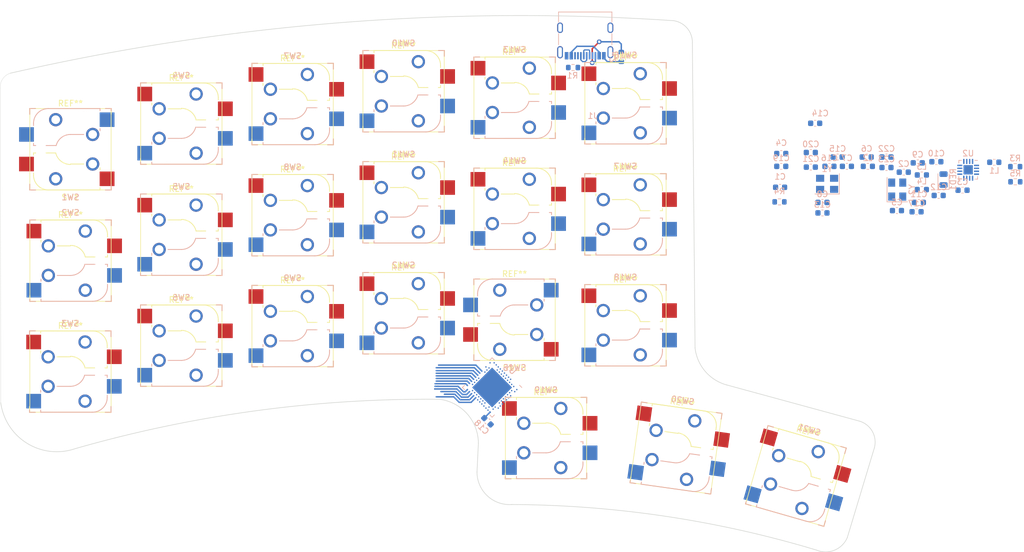
<source format=kicad_pcb>
(kicad_pcb (version 20221018) (generator pcbnew)
  (layers (0 "F.Cu" signal) (1 "In1.Cu" signal) (2 "In2.Cu" signal) (31 "B.Cu" signal) (34 "B.Paste" user) (35 "F.Paste" user) (36 "B.SilkS" user "B.Silkscreen") (37 "F.SilkS" user "F.Silkscreen") (38 "B.Mask" user) (39 "F.Mask" user) (44 "Edge.Cuts" user))
  (net 0 "")
  (net 1 "VBUS")
  (net 2 "VBAT")
  (net 3 "VDDH")
  (net 4 "Net-(U1-DEC4)")
  (net 5 "Net-(U1-DECUSB)")
  (net 6 "Net-(U1-DEC1)")
  (net 7 "Net-(U1-DEC3)")
  (net 8 "Net-(U1-DEC5)")
  (net 9 "VDD_NRF")
  (net 10 "ANTENNA")
  (net 11 "Net-(U1-XC1)")
  (net 12 "Net-(U1-XC2)")
  (net 13 "GND")
  (net 14 "Net-(U1-ANT)")
  (net 15 "Net-(U1-XL2{slash}P0.01)")
  (net 16 "Net-(U1-XL1{slash}P0.00)")
  (net 17 "Net-(J1-CC1)")
  (net 18 "D+")
  (net 19 "D-")
  (net 21 "Net-(J1-CC2)")
  (net 24 "Net-(L1-Pad1)")
  (net 25 "Net-(U1-DCCH)")
  (net 26 "Net-(RED1-A)")
  (net 27 "Net-(U2-TS)")
  (net 28 "Net-(U2-ISET)")
  (net 29 "Net-(RED1-K)")
  (net 79 "SWDC")
  (net 80 "RST")
  (net 85 "SWDI")
  (net 86 "POWER")
  (net 89 "unconnected-(U1-P0.20-PadAD16)")
  (net 90 "unconnected-(U1-P0.22-PadAD18)")
  (net 91 "unconnected-(U1-P0.24-PadAD20)")
  (net 92 "unconnected-(U1-TRACEDATA0{slash}P1.00-PadAD22)")
  (net 93 "Net-(U1-DCC)")
  (net 103 "unconnected-(U1-NFC2{slash}P0.10-PadJ24)")
  (net 106 "unconnected-(U1-NFC1{slash}P0.09-PadL24)")
  (net 112 "unconnected-(U1-P1.06-PadR24)")
  (net 116 "unconnected-(U1-P1.04-PadU24)")
  (net 118 "unconnected-(U1-P1.02-PadW24)")
  (footprint "keyswitches:Kailh_socket_MX_optional_reversible" (layer "F.Cu") (at 168.121483 54.96422)
    (fp_text reference "SW16")
    (fp_text value "SW_Push")
  )
  (footprint "Button_Switch_Keyboard:SW_Cherry_MX_1.00u_PCB" (layer "F.Cu") (at 132.524479 66.902245)
    (fp_text reference "REF**")
    (fp_text value "SW_Cherry_MX_1.00u_PCB")
  )
  (footprint "Button_Switch_Keyboard:SW_Cherry_MX_1.00u_PCB" (layer "F.Cu") (at 94.34 91.52)
    (fp_text reference "REF**")
    (fp_text value "SW_Cherry_MX_1.00u_PCB")
  )
  (footprint "keyswitches:Kailh_socket_MX_optional_reversible" (layer "F.Cu") (at 91.8 96.6)
    (fp_text reference "SW6")
    (fp_text value "SW_Push")
  )
  (footprint "Button_Switch_Keyboard:SW_Cherry_MX_1.00u_PCB" (layer "F.Cu") (at 151.602421 48.929235)
    (fp_text reference "REF**")
    (fp_text value "SW_Cherry_MX_1.00u_PCB")
  )
  (footprint "keyswitches:Kailh_socket_MX_optional_reversible" (layer "F.Cu") (at 110.918494 74.184805)
    (fp_text reference "SW8")
    (fp_text value "SW_Push")
  )
  (footprint "Button_Switch_Keyboard:SW_Cherry_MX_1.00u_PCB" (layer "F.Cu") (at 132.529237 47.810911)
    (fp_text reference "REF**")
    (fp_text value "SW_Cherry_MX_1.00u_PCB")
  )
  (footprint "keyswitches:Kailh_socket_MX_optional_reversible" (layer "F.Cu") (at 91.799895 77.541207)
    (fp_text reference "SW5")
    (fp_text value "SW_Push")
  )
  (footprint "keyswitches:Kailh_socket_MX_optional_reversible" (layer "F.Cu") (at 168.11683 93.114347)
    (fp_text reference "SW18")
    (fp_text value "SW_Push")
  )
  (footprint "Button_Switch_Keyboard:SW_Cherry_MX_1.00u_PCB" (layer "F.Cu") (at 201.241842 114.816909 -16)
    (fp_text reference "REF**")
    (fp_text value "SW_Cherry_MX_1.00u_PCB")
  )
  (footprint "keyswitches:Kailh_socket_MX_optional_reversible" (layer "F.Cu") (at 129.989237 52.890911)
    (fp_text reference "SW10")
    (fp_text value "SW_Push")
  )
  (footprint "keyswitches:Kailh_socket_MX_optional_reversible" (layer "F.Cu") (at 91.804653 58.449873)
    (fp_text reference "SW4")
    (fp_text value "SW_Push")
  )
  (footprint "Button_Switch_Keyboard:SW_Cherry_MX_1.00u_PCB" (layer "F.Cu") (at 75.295 57.78)
    (fp_text reference "REF**")
    (fp_text value "SW_Cherry_MX_1.00u_PCB")
  )
  (footprint "keyswitches:Kailh_socket_MX_optional_reversible" (layer "F.Cu") (at 149.057663 73.100569)
    (fp_text reference "SW14")
    (fp_text value "SW_Push")
  )
  (footprint "Button_Switch_Keyboard:SW_Cherry_MX_1.00u_PCB" (layer "F.Cu") (at 94.339895 72.461207)
    (fp_text reference "REF**")
    (fp_text value "SW_Cherry_MX_1.00u_PCB")
  )
  (footprint "Button_Switch_Keyboard:SW_Cherry_MX_1.00u_PCB" (layer "F.Cu") (at 132.524584 85.961038)
    (fp_text reference "REF**")
    (fp_text value "SW_Cherry_MX_1.00u_PCB")
  )
  (footprint "Button_Switch_Keyboard:SW_Cherry_MX_1.00u_PCB" (layer "F.Cu") (at 75.295 95.98)
    (fp_text reference "REF**")
    (fp_text value "SW_Cherry_MX_1.00u_PCB")
  )
  (footprint "keyswitches:Kailh_socket_MX_optional_reversible" (layer "F.Cu") (at 110.918599 93.243598)
    (fp_text reference "SW9")
    (fp_text value "SW_Push")
  )
  (footprint "keyswitches:Kailh_socket_MX_optional_reversible" (layer "F.Cu") (at 110.923252 55.093471)
    (fp_text reference "SW7")
    (fp_text value "SW_Push")
  )
  (footprint "Button_Switch_Keyboard:SW_Cherry_MX_1.00u_PCB" (layer "F.Cu") (at 151.597663 68.020569)
    (fp_text reference "REF**")
    (fp_text value "SW_Cherry_MX_1.00u_PCB")
  )
  (footprint "keyswitches:Kailh_socket_MX_optional_reversible" (layer "F.Cu") (at 129.99 71.982245)
    (fp_text reference "SW11")
    (fp_text value "SW_Push")
  )
  (footprint "Button_Switch_Keyboard:SW_Cherry_MX_1.00u_PCB" (layer "F.Cu") (at 170.661483 49.88422)
    (fp_text reference "REF**")
    (fp_text value "SW_Cherry_MX_1.00u_PCB")
  )
  (footprint "Button_Switch_Keyboard:SW_Cherry_MX_1.00u_PCB" (layer "F.Cu") (at 170.65683 88.034347)
    (fp_text reference "REF**")
    (fp_text value "SW_Cherry_MX_1.00u_PCB")
  )
  (footprint "Button_Switch_Keyboard:SW_Cherry_MX_1.00u_PCB" (layer "F.Cu") (at 113.458599 88.163598)
    (fp_text reference "REF**")
    (fp_text value "SW_Cherry_MX_1.00u_PCB")
  )
  (footprint "Button_Switch_Keyboard:SW_Cherry_MX_1.00u_PCB" (layer "F.Cu") (at 170.656725 68.975554)
    (fp_text reference "REF**")
    (fp_text value "SW_Cherry_MX_1.00u_PCB")
  )
  (footprint "keyswitches:Kailh_socket_MX_optional_reversible" (layer "F.Cu") (at 154.46 112.48)
    (fp_text reference "SW19")
    (fp_text value "SW_Push")
  )
  (footprint "Button_Switch_Keyboard:SW_Cherry_MX_1.00u_PCB" (layer "F.Cu") (at 113.458494 69.104805)
    (fp_text reference "REF**")
    (fp_text value "SW_Cherry_MX_1.00u_PCB")
  )
  (footprint "keyswitches:Kailh_socket_MX_optional_reversible" (layer "F.Cu") (at 72.765 82)
    (fp_text reference "SW2")
    (fp_text value "SW_Push")
  )
  (footprint "Button_Switch_Keyboard:SW_Cherry_MX_1.00u_PCB" (layer "F.Cu") (at 180.02228 109.522938 -8)
    (fp_text reference "REF**")
    (fp_text value "SW_Cherry_MX_1.00u_PCB")
  )
  (footprint "Button_Switch_Keyboard:SW_Cherry_MX_1.00u_PCB" (layer "F.Cu") (at 157 107.4)
    (fp_text reference "REF**")
    (fp_text value "SW_Cherry_MX_1.00u_PCB")
  )
  (footprint "Button_Switch_Keyboard:SW_Cherry_MX_1.00u_PCB" (layer "F.Cu") (at 75.305 76.92)
    (fp_text reference "REF**")
    (fp_text value "SW_Cherry_MX_1.00u_PCB")
  )
  (footprint "keyswitches:Kailh_socket_MX_optional_reversible" (layer "F.Cu") (at 149.057731 92.151836 180)
    (fp_text reference "SW15")
    (fp_text value "SW_Push")
  )
  (footprint "Button_Switch_Keyboard:SW_Cherry_MX_1.00u_PCB" (layer "F.Cu") (at 94.344653 53.369873)
    (fp_text reference "REF**")
    (fp_text value "SW_Cherry_MX_1.00u_PCB")
  )
  (footprint "keyswitches:Kailh_socket_MX_optional_reversible" (layer "F.Cu") (at 197.399999 118.999999 -16)
    (fp_text reference "SW21")
    (fp_text value "SW_Push")
  )
  (footprint "keyswitches:Kailh_socket_MX_optional_reversible" (layer "F.Cu") (at 72.755 62.86 180)
    (fp_text reference "SW1")
    (fp_text value "SW_Push")
  )
  (footprint "keyswitches:Kailh_socket_MX_optional_reversible" (layer "F.Cu") (at 176.8 114.2 -8)
    (fp_text reference "SW20")
    (fp_text value "SW_Push")
  )
  (footprint "keyswitches:Kailh_socket_MX_optional_reversible" (layer "F.Cu") (at 72.72 101.06)
    (fp_text reference "SW3")
    (fp_text value "SW_Push")
  )
  (footprint "Button_Switch_Keyboard:SW_Cherry_MX_1.00u_PCB" (layer "F.Cu") (at 113.463252 50.013471)
    (fp_text reference "REF**")
    (fp_text value "SW_Cherry_MX_1.00u_PCB")
  )
  (footprint "keyswitches:Kailh_socket_MX_optional_reversible" (layer "F.Cu") (at 129.984584 91.041038)
    (fp_text reference "SW12")
    (fp_text value "SW_Push")
  )
  (footprint "keyswitches:Kailh_socket_MX_optional_reversible" (layer "F.Cu") (at 149.062421 54.009235)
    (fp_text reference "SW13")
    (fp_text value "SW_Push")
  )
  (footprint "keyswitches:Kailh_socket_MX_optional_reversible" (layer "F.Cu") (at 168.116725 74.055554)
    (fp_text reference "SW17")
    (fp_text value "SW_Push")
  )
  (footprint "Button_Switch_Keyboard:SW_Cherry_MX_1.00u_PCB" (layer "F.Cu") (at 151.597768 87.079362)
    (fp_text reference "REF**")
    (fp_text value "SW_Cherry_MX_1.00u_PCB")
  )
  (footprint "Capacitor_SMD:C_0603_1608Metric" (layer "B.Cu") (at 199.96119 65.93 180)
    (fp_text reference "C21")
    (fp_text value "100pF")
  )
  (footprint "Capacitor_SMD:C_0603_1608Metric" (layer "B.Cu") (at 194.88119 65.8 180)
    (fp_text reference "C19")
    (fp_text value "4.7uF")
  )
  (footprint "Capacitor_SMD:C_0603_1608Metric" (layer "B.Cu") (at 221.53119 65 180)
    (fp_text reference "C10")
    (fp_text value "100nF")
  )
  (footprint "Resistor_SMD:R_0603_1608Metric" (layer "B.Cu") (at 167.4 47 -90)
    (fp_text reference "R2")
    (fp_text value "5.1k")
  )
  (footprint "Capacitor_SMD:C_0603_1608Metric" (layer "B.Cu") (at 206.16119 65.8 180)
    (fp_text reference "C7")
    (fp_text value "100pF")
  )
  (footprint "Capacitor_SMD:C_0603_1608Metric" (layer "B.Cu") (at 203.16119 65.8 180)
    (fp_text reference "C16")
    (fp_text value "12pF")
  )
  (footprint "Capacitor_SMD:C_0603_1608Metric" (layer "B.Cu") (at 212.96119 64.2 180)
    (fp_text reference "C22")
    (fp_text value "12pF")
  )
  (footprint "Capacitor_SMD:C_0603_1608Metric" (layer "B.Cu") (at 200.71119 58.4 180)
    (fp_text reference "C14")
    (fp_text value "100pF")
  )
  (footprint "Capacitor_SMD:C_0603_1608Metric" (layer "B.Cu") (at 214.76119 73.4 180)
    (fp_text reference "C5")
    (fp_text value "4.7uF")
  )
  (footprint "Capacitor_SMD:C_0603_1608Metric" (layer "B.Cu") (at 218.53119 72 180)
    (fp_text reference "C11")
    (fp_text value "100nF")
  )
  (footprint "Capacitor_SMD:C_0603_1608Metric" (layer "B.Cu") (at 221.93119 70.8 180)
    (fp_text reference "C12")
    (fp_text value "100nF")
  )
  (footprint "Connector_USB:USB_C_Receptacle_G-Switch_GT-USB-7010ASV" (layer "B.Cu") (at 161.2 43.065)
    (fp_text reference "J1")
    (fp_text value "USB_C_Receptacle_USB2.0")
  )
  (footprint "Resistor_SMD:R_0603_1608Metric" (layer "B.Cu") (at 194.58119 71.9 180)
    (fp_text reference "R4")
    (fp_text value "10k")
  )
  (footprint "Crystal:Crystal_SMD_SeikoEpson_FA238V-4Pin_3.2x2.5mm" (layer "B.Cu") (at 214.809398 69.795119 90)
    (fp_text reference "Y2")
    (fp_text value "32.768kHz")
  )
  (footprint "LED_SMD:LED_0805_2012Metric" (layer "B.Cu") (at 222.767723 68.070055 90)
    (fp_text reference "RED1")
    (fp_text value "LED")
  )
  (footprint "Crystal:Crystal_SMD_SeikoEpson_FA238V-4Pin_3.2x2.5mm" (layer "B.Cu") (at 202.76119 68.8 180)
    (fp_text reference "Y1")
    (fp_text value "32MHz")
  )
  (footprint "Capacitor_SMD:C_0603_1608Metric" (layer "B.Cu") (at 201.96119 72 180)
    (fp_text reference "C8")
    (fp_text value "820pF")
  )
  (footprint "Resistor_SMD:R_0603_1608Metric" (layer "B.Cu") (at 235.10619 68.45 180)
    (fp_text reference "R5")
    (fp_text value "10k")
  )
  (footprint "Capacitor_SMD:C_0603_1608Metric" (layer "B.Cu") (at 199.96119 63.42 180)
    (fp_text reference "C20")
    (fp_text value "4.7uF")
  )
  (footprint "Inductor_SMD:L_0603_1608Metric" (layer "B.Cu") (at 209.76119 65.8 180)
    (fp_text reference "L2")
    (fp_text value "15nH")
  )
  (footprint "Inductor_SMD:L_0603_1608Metric" (layer "B.Cu") (at 219.04119 69.79 180)
    (fp_text reference "L4")
    (fp_text value "3.9nH")
  )
  (footprint "Capacitor_SMD:C_0603_1608Metric" (layer "B.Cu") (at 226.03119 69.9 180)
    (fp_text reference "C3")
    (fp_text value "1uF")
  )
  (footprint "Capacitor_SMD:C_0603_1608Metric" (layer "B.Cu") (at 201.96119 73.8 180)
    (fp_text reference "C13")
    (fp_text value "1uF")
  )
  (footprint "Resistor_SMD:R_0603_1608Metric" (layer "B.Cu") (at 235.08119 65.85 180)
    (fp_text reference "R3")
    (fp_text value "10k")
  )
  (footprint "Capacitor_SMD:C_0603_1608Metric" (layer "B.Cu") (at 144.4 109.6 -45)
    (fp_text reference "C18")
    (fp_text value "1uF")
  )
  (footprint "Capacitor_SMD:C_0603_1608Metric" (layer "B.Cu") (at 209.56119 64.2 180)
    (fp_text reference "C6")
    (fp_text value "100nF")
  )
  (footprint "Capacitor_SMD:C_0603_1608Metric" (layer "B.Cu") (at 194.88119 63.6 180)
    (fp_text reference "C4")
    (fp_text value "47nF")
  )
  (footprint "Inductor_SMD:L_0603_1608Metric" (layer "B.Cu") (at 219.04119 67.28 180)
    (fp_text reference "L3")
    (fp_text value "10uH")
  )
  (footprint "Capacitor_SMD:C_0603_1608Metric" (layer "B.Cu") (at 204.56119 64.2 180)
    (fp_text reference "C15")
    (fp_text value "100pF")
  )
  (footprint "Inductor_SMD:L_0603_1608Metric" (layer "B.Cu") (at 231.48119 65.1)
    (fp_text reference "L1")
    (fp_text value "10uH")
  )
  (footprint "Capacitor_SMD:C_0603_1608Metric" (layer "B.Cu") (at 218.13119 73.6 180)
    (fp_text reference "C17")
    (fp_text value "12pF")
  )
  (footprint "Package_DFN_QFN:Nordic_AQFN-73-1EP_7x7mm_P0.5mm" (layer "B.Cu") (at 145.2 103.8 135)
    (fp_text reference "U1")
    (fp_text value "nRF52840")
  )
  (footprint "Capacitor_SMD:C_0603_1608Metric" (layer "B.Cu") (at 218.33119 65.2 180)
    (fp_text reference "C9")
    (fp_text value "4.7uF")
  )
  (footprint "Capacitor_SMD:C_0603_1608Metric" (layer "B.Cu") (at 194.68119 69.4 180)
    (fp_text reference "C1")
    (fp_text value "4.7uF")
  )
  (footprint "Resistor_SMD:R_0603_1608Metric" (layer "B.Cu") (at 159.112094 48.818498 180)
    (fp_text reference "R1")
    (fp_text value "5.1k")
  )
  (footprint "Capacitor_SMD:C_0603_1608Metric" (layer "B.Cu") (at 212.96119 66 180)
    (fp_text reference "C23")
    (fp_text value "12pF")
  )
  (footprint "Package_DFN_QFN:VQFN-16-1EP_3x3mm_P0.5mm_EP1.6x1.6mm" (layer "B.Cu") (at 226.999866 66.392446 180)
    (fp_text reference "U2")
    (fp_text value "BQ24075RGT")
  )
  (footprint "Capacitor_SMD:C_0603_1608Metric" (layer "B.Cu") (at 215.93119 66.8 180)
    (fp_text reference "C2")
    (fp_text value "4.7uF")
  )
  (gr_arc (start 176.388485 40.771781) (mid 178.692965 42.031809) (end 179.608325 44.493601) (stroke (width 0.1)) (layer "Edge.Cuts"))
  (gr_line (start 179.608325 44.493601) (end 180.070408 96.978541) (stroke (width 0.1)) (layer "Edge.Cuts"))
  (gr_arc (start 136.20173 105.823864) (mid 140.947025 108.362838) (end 142.842074 113.4) (stroke (width 0.1)) (layer "Edge.Cuts"))
  (gr_arc (start 73.506822 114.324097) (mid 65.269986 113.368733) (end 60.774456 106.401064) (stroke (width 0.1)) (layer "Edge.Cuts"))
  (gr_line (start 185.491065 103.35365) (end 208.4 109.6) (stroke (width 0.1)) (layer "Edge.Cuts"))
  (gr_arc (start 208.4 109.6) (mid 210.561821 111.3965) (end 210.875547 114.189788) (stroke (width 0.1)) (layer "Edge.Cuts"))
  (gr_arc (start 206.232258 129.57499) (mid 204.056156 131.739798) (end 200.986672 131.749047) (stroke (width 0.1)) (layer "Edge.Cuts"))
  (gr_arc (start 148.549044 123.906472) (mid 175.051049 125.934269) (end 200.986672 131.749048) (stroke (width 0.1)) (layer "Edge.Cuts"))
  (gr_arc (start 185.491065 103.35365) (mid 181.8 101) (end 180.070408 96.978541) (stroke (width 0.1)) (layer "Edge.Cuts"))
  (gr_arc (start 148.549044 123.906471) (mid 144.36872 122.4) (end 142.60442 118.321788) (stroke (width 0.1)) (layer "Edge.Cuts"))
  (gr_line (start 210.875547 114.189788) (end 206.232258 129.57499) (stroke (width 0.1)) (layer "Edge.Cuts"))
  (gr_line (start 60.678986 52.410909) (end 60.774455 106.401064) (stroke (width 0.05)) (layer "Edge.Cuts"))
  (gr_arc (start 62.4 49.800001) (mid 119.064173 41.118495) (end 176.388485 40.77178) (stroke (width 0.1)) (layer "Edge.Cuts"))
  (gr_line (start 142.842074 113.4) (end 142.60442 118.321788) (stroke (width 0.1)) (layer "Edge.Cuts"))
  (gr_arc (start 73.506822 114.324098) (mid 104.546516 107.804042) (end 136.20173 105.823864) (stroke (width 0.1)) (layer "Edge.Cuts"))
  (gr_arc (start 60.678986 52.410909) (mid 61.087775 50.807699) (end 62.4 49.800001) (stroke (width 0.05)) (layer "Edge.Cuts"))
  (segment (start 163.6 46.169949) (end 163.6 46.79) (width 0.25) (layer "B.Cu") (net 1))
  (segment (start 143.851992 109.051992) (end 143.851992 109.037096) (width 0.25) (layer "B.Cu") (net 1))
  (segment (start 144.846447 108.042641) (end 143.851992 109.037096) (width 0.25) (layer "B.Cu") (net 1))
  (segment (start 144.846447 108.042641) (end 144.842641 108.042641) (width 0.25) (layer "B.Cu") (net 1))
  (segment (start 158.8 46.169949) (end 159.794949 45.175) (width 0.25) (layer "B.Cu") (net 1))
  (segment (start 162.605051 45.175) (end 163.6 46.169949) (width 0.25) (layer "B.Cu") (net 1))
  (segment (start 144.842641 108.042641) (end 144.809188 108.009188) (width 0.25) (layer "B.Cu") (net 1))
  (segment (start 158.8 46.79) (end 158.8 46.169949) (width 0.25) (layer "B.Cu") (net 1))
  (segment (start 159.794949 45.175) (end 162.605051 45.175) (width 0.25) (layer "B.Cu") (net 1))
  (segment (start 142.725126 101.67868) (end 141.9453 100.898854) (width 0.25) (layer "B.Cu") (net 8))
  (segment (start 141.9453 100.898854) (end 135.6 100.898854) (width 0.25) (layer "B.Cu") (net 8))
  (segment (start 135.401146 103.598854) (end 135.4 103.6) (width 0.25) (layer "B.Cu") (net 9))
  (segment (start 140.295584 104.55) (end 139.345584 103.6) (width 0.25) (layer "B.Cu") (net 9))
  (segment (start 140.560912 104.55) (end 140.295584 104.55) (width 0.25) (layer "B.Cu") (net 9))
  (segment (start 140.957359 104.153553) (end 140.560912 104.55) (width 0.25) (layer "B.Cu") (net 9))
  (segment (start 135.910932 103.598854) (end 135.401146 103.598854) (width 0.25) (layer "B.Cu") (net 9))
  (segment (start 139.345584 103.6) (end 135.912078 103.6) (width 0.25) (layer "B.Cu") (net 9))
  (segment (start 135.912078 103.6) (end 135.910932 103.598854) (width 0.25) (layer "B.Cu") (net 9))
  (segment (start 167.4 47.825) (end 165.025 47.825) (width 0.25) (layer "B.Cu") (net 13))
  (segment (start 165.025 47.825) (end 164.4 47.2) (width 0.25) (layer "B.Cu") (net 13))
  (segment (start 164.4 47.2) (end 164.4 46.79) (width 0.25) (layer "B.Cu") (net 13))
  (segment (start 160.95 46.79) (end 160.95 45.92) (width 0.2) (layer "B.Cu") (net 18))
  (segment (start 161.95 45.92) (end 161.95 46.79) (width 0.2) (layer "B.Cu") (net 18))
  (segment (start 160.95 45.92) (end 161.07 45.8) (width 0.2) (layer "B.Cu") (net 18))
  (segment (start 161.07 45.8) (end 161.83 45.8) (width 0.2) (layer "B.Cu") (net 18))
  (segment (start 161.83 45.8) (end 161.95 45.92) (width 0.2) (layer "B.Cu") (net 18))
  (segment (start 160.74 47.8) (end 160.45 47.51) (width 0.2) (layer "B.Cu") (net 19))
  (segment (start 161.2 47.8) (end 160.74 47.8) (width 0.2) (layer "B.Cu") (net 19))
  (segment (start 160.45 47.51) (end 160.45 46.79) (width 0.2) (layer "B.Cu") (net 19))
  (segment (start 161.45 46.79) (end 161.45 47.55) (width 0.2) (layer "B.Cu") (net 19))
  (segment (start 161.45 47.55) (end 161.2 47.8) (width 0.2) (layer "B.Cu") (net 19))
  (segment (start 163.6 44.4) (end 162.4 45.6) (width 0.25) (layer "F.Cu") (net 21))
  (segment (start 162.4 45.6) (end 162.4 48.009502) (width 0.25) (layer "F.Cu") (net 21))
  (via (at 162.4 48.009502) (size 0.8) (drill 0.4) (layers "F.Cu" "B.Cu") (net 21))
  (via (at 163.6 44.4) (size 0.8) (drill 0.4) (layers "F.Cu" "B.Cu") (net 21))
  (segment (start 167.4 46.175) (end 167.4 44.8) (width 0.25) (layer "B.Cu") (net 21))
  (segment (start 162.95 47.76) (end 162.95 46.79) (width 0.25) (layer "B.Cu") (net 21))
  (segment (start 167.4 44.8) (end 167 44.4) (width 0.25) (layer "B.Cu") (net 21))
  (segment (start 162.4 48.009502) (end 162.700498 48.009502) (width 0.25) (layer "B.Cu") (net 21))
  (segment (start 167 44.4) (end 163.6 44.4) (width 0.25) (layer "B.Cu") (net 21))
  (segment (start 162.700498 48.009502) (end 162.95 47.76) (width 0.25) (layer "B.Cu") (net 21))
  (segment (start 140.916874 102.698854) (end 135.6 102.698854) (width 0.25) (layer "B.Cu") (net 79))
  (segment (start 141.310913 103.092893) (end 140.916874 102.698854) (width 0.25) (layer "B.Cu") (net 79))
  (segment (start 140.659766 103.148854) (end 135.4 103.148854) (width 0.25) (layer "B.Cu") (net 85))
  (segment (start 140.957359 103.446447) (end 140.659766 103.148854) (width 0.25) (layer "B.Cu") (net 85))
  (segment (start 138.6 105.4) (end 135.6 105.4) (width 0.25) (layer "B.Cu") (net 89))
  (segment (start 142.371573 105.567767) (end 141.58934 106.35) (width 0.25) (layer "B.Cu") (net 89))
  (segment (start 139.55 106.35) (end 138.6 105.4) (width 0.25) (layer "B.Cu") (net 89))
  (segment (start 141.58934 106.35) (end 139.55 106.35) (width 0.25) (layer "B.Cu") (net 89))
  (segment (start 138.786396 104.95) (end 137 104.95) (width 0.25) (layer "B.Cu") (net 90))
  (segment (start 139.736396 105.9) (end 138.786396 104.95) (width 0.25) (layer "B.Cu") (net 90))
  (segment (start 142.018019 105.214214) (end 141.332233 105.9) (width 0.25) (layer "B.Cu") (net 90))
  (segment (start 141.332233 105.9) (end 139.736396 105.9) (width 0.25) (layer "B.Cu") (net 90))
  (segment (start 141.075126 105.45) (end 139.922792 105.45) (width 0.25) (layer "B.Cu") (net 91))
  (segment (start 139.922792 105.45) (end 138.972792 104.5) (width 0.25) (layer "B.Cu") (net 91))
  (segment (start 138.972792 104.5) (end 136.4 104.5) (width 0.25) (layer "B.Cu") (net 91))
  (segment (start 141.664466 104.86066) (end 141.075126 105.45) (width 0.25) (layer "B.Cu") (net 91))
  (segment (start 139.159188 104.05) (end 135.348297 104.05) (width 0.25) (layer "B.Cu") (net 92))
  (segment (start 135.348297 104.05) (end 135.347151 104.048854) (width 0.25) (layer "B.Cu") (net 92))
  (segment (start 141.310913 104.507107) (end 140.81802 105) (width 0.25) (layer "B.Cu") (net 92))
  (segment (start 140.109188 105) (end 139.159188 104.05) (width 0.25) (layer "B.Cu") (net 92))
  (segment (start 140.81802 105) (end 140.109188 105) (width 0.25) (layer "B.Cu") (net 92))
  (segment (start 142.41066 99.95) (end 136 99.95) (width 0.25) (layer "B.Cu") (net 103))
  (segment (start 143.432233 100.971573) (end 142.41066 99.95) (width 0.25) (layer "B.Cu") (net 103))
  (segment (start 142.153554 100.4) (end 135.6 100.4) (width 0.25) (layer "B.Cu") (net 106))
  (segment (start 143.07868 101.325126) (end 142.153554 100.4) (width 0.25) (layer "B.Cu") (net 106))
  (segment (start 142.371573 102.032233) (end 141.688194 101.348854) (width 0.25) (layer "B.Cu") (net 112))
  (segment (start 141.688194 101.348854) (end 135.6 101.348854) (width 0.25) (layer "B.Cu") (net 112))
  (segment (start 141.431087 101.798854) (end 135.6 101.798854) (width 0.25) (layer "B.Cu") (net 116))
  (segment (start 142.018019 102.385786) (end 141.431087 101.798854) (width 0.25) (layer "B.Cu") (net 116))
  (segment (start 141.17398 102.248854) (end 135.6 102.248854) (width 0.25) (layer "B.Cu") (net 118))
  (segment (start 141.664466 102.73934) (end 141.17398 102.248854) (width 0.25) (layer "B.Cu") (net 118))
)
</source>
